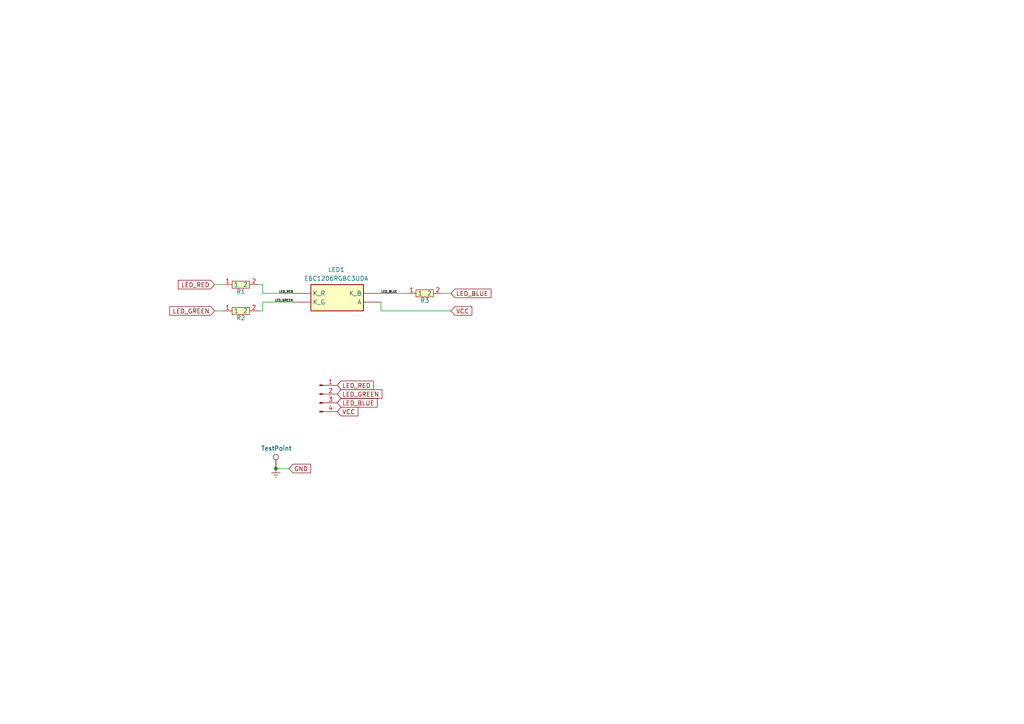
<source format=kicad_sch>
(kicad_sch (version 20250114) (generator "eeschema") (generator_version "9.0")
  (paper "A4")
  (title_block (title "ChargeForge LED_RGB") (date "2026-02-20") (rev "Mk 0.1") (company "clectric.diy") (comment 1 "Copyright © 2026 clectric.diy Licensed under CERN-OHL-W v2") (comment 2 "Charles H. Leggett"))
  (lib_symbols
    (symbol "CR0603-FX-1001ELF_1"
      (property "Reference" "R" (at 0 5.08 0))
      (property "Value" "CR0603-FX-1001ELF" (at 0 -5.08 0))
      (symbol "CR0603-FX-1001ELF_1_0_1"
        (rectangle (start -2.54 1.02) (end 2.54 -1.02) (fill (type background)))
        (pin unspecified line (at -5.08 0 0) (length 2.54) (name "1") (number "1"))
        (pin unspecified line (at 5.08 0 180) (length 2.54) (name "2") (number "2"))
      )
    )
    (symbol "Connector:Conn_01x04_Pin" (pin_names (offset 1.016) (hide yes))
      (property "Reference" "J" (at 0 5.08 0))
      (property "Value" "Conn_01x04_Pin" (at 0 -7.62 0))
      (symbol "Conn_01x04_Pin_1_1"
        (rectangle (start 0.8636 2.667) (end 0 2.413) (stroke (width 0.1524)) (fill (type outline)))
        (rectangle (start 0.8636 0.127) (end 0 -0.127) (stroke (width 0.1524)) (fill (type outline)))
        (rectangle (start 0.8636 -2.413) (end 0 -2.667) (stroke (width 0.1524)) (fill (type outline)))
        (rectangle (start 0.8636 -4.953) (end 0 -5.207) (stroke (width 0.1524)) (fill (type outline)))
        (polyline (pts (xy 1.27 2.54) (xy 0.8636 2.54)) (stroke (width 0.1524)))
        (polyline (pts (xy 1.27 0) (xy 0.8636 0)) (stroke (width 0.1524)))
        (polyline (pts (xy 1.27 -2.54) (xy 0.8636 -2.54)) (stroke (width 0.1524)))
        (polyline (pts (xy 1.27 -5.08) (xy 0.8636 -5.08)) (stroke (width 0.1524)))
        (pin passive line (at 5.08 2.54 180) (length 3.81) (name "Pin_1") (number "1"))
        (pin passive line (at 5.08 0 180) (length 3.81) (name "Pin_2") (number "2"))
        (pin passive line (at 5.08 -2.54 180) (length 3.81) (name "Pin_3") (number "3"))
        (pin passive line (at 5.08 -5.08 180) (length 3.81) (name "Pin_4") (number "4"))
      )
    )
    (symbol "Connector:TestPoint" (pin_numbers (hide yes)) (pin_names (offset 0.762) (hide yes))
      (property "Reference" "TP" (at 0 6.858 0))
      (property "Value" "TestPoint" (at 0 5.08 0))
      (symbol "TestPoint_0_1"
        (circle (center 0 3.302) (radius 0.762))
      )
      (symbol "TestPoint_1_1"
        (pin passive line (at 0 0 90) (length 2.54) (name "1") (number "1"))
      )
    )
    (symbol "clectric-diy:CR0603-FX-1001ELF"
      (property "Reference" "R" (at 0 5.08 0))
      (property "Value" "CR0603-FX-1001ELF" (at 0 -5.08 0))
      (symbol "CR0603-FX-1001ELF_0_1"
        (rectangle (start -2.54 1.02) (end 2.54 -1.02) (fill (type background)))
        (pin unspecified line (at -5.08 0 0) (length 2.54) (name "1") (number "1"))
        (pin unspecified line (at 5.08 0 180) (length 2.54) (name "2") (number "2"))
      )
    )
    (symbol "clectric-diy:E6C1206RGBC3UDA" (pin_numbers (hide yes))
      (property "Reference" "IC" (at 21.59 7.62 0))
      (property "Value" "E6C1206RGBC3UDA" (at 21.59 5.08 0))
      (symbol "E6C1206RGBC3UDA_1_1"
        (rectangle (start 5.08 2.54) (end 20.32 -5.08) (stroke (width 0.254)) (fill (type background)))
        (pin passive line (at 0 0 0) (length 5.08) (name "K_G") (number "1"))
        (pin passive line (at 0 -2.54 0) (length 5.08) (name "K_R") (number "3"))
        (pin passive line (at 25.4 0 180) (length 5.08) (name "A") (number "2"))
        (pin passive line (at 25.4 -2.54 180) (length 5.08) (name "K_B") (number "4"))
      )
    )
    (symbol "power:GNDREF" (power) (pin_numbers (hide yes)) (pin_names (offset 0) (hide yes))
      (property "Value" "GNDREF" (at 0 -3.81 0))
      (symbol "GNDREF_0_1"
        (polyline (pts (xy -0.635 -1.905) (xy 0.635 -1.905)))
        (polyline (pts (xy -0.127 -2.54) (xy 0.127 -2.54)))
        (polyline (pts (xy 0 -1.27) (xy 0 0)))
        (polyline (pts (xy 1.27 -1.27) (xy -1.27 -1.27)))
      )
      (symbol "GNDREF_1_1"
        (pin power_in line (at 0 0 270) (length 0) (name "~") (number "1"))
      )
    )
  )
  (junction (at 80.01 135.89))
  (wire (pts (xy 128.27 85.09) (xy 130.81 85.09)))
  (wire (pts (xy 110.49 87.63) (xy 110.49 90.17)))
  (wire (pts (xy 76.2 82.55) (xy 76.2 85.09)))
  (wire (pts (xy 62.23 90.17) (xy 64.77 90.17)))
  (wire (pts (xy 74.93 82.55) (xy 76.2 82.55)))
  (wire (pts (xy 110.49 85.09) (xy 118.11 85.09)))
  (wire (pts (xy 62.23 82.55) (xy 64.77 82.55)))
  (wire (pts (xy 110.49 90.17) (xy 130.81 90.17)))
  (wire (pts (xy 76.2 87.63) (xy 85.09 87.63)))
  (wire (pts (xy 76.2 90.17) (xy 76.2 87.63)))
  (wire (pts (xy 74.93 90.17) (xy 76.2 90.17)))
  (wire (pts (xy 76.2 85.09) (xy 85.09 85.09)))
  (wire (pts (xy 83.82 135.89) (xy 80.01 135.89)))
  (label "LED_GREEN" (at 85.09 87.63 180) (effects (font (size 0.635 0.635))))
  (label "LED_BLUE" (at 110.49 85.09 0) (effects (font (size 0.635 0.635))))
  (label "LED_RED" (at 85.09 85.09 180) (effects (font (size 0.635 0.635))))
  (global_label "VCC" (shape input) (at 97.79 119.38 0) (property "Intersheetrefs" "${INTERSHEET_REFS}" (effects (hide yes))))
  (global_label "LED_RED" (shape input) (at 62.23 82.55 180) (property "Intersheetrefs" "${INTERSHEET_REFS}" (effects (hide yes))))
  (global_label "LED_GREEN" (shape input) (at 62.23 90.17 180) (property "Intersheetrefs" "${INTERSHEET_REFS}" (effects (hide yes))))
  (global_label "LED_BLUE" (shape input) (at 130.81 85.09 0) (property "Intersheetrefs" "${INTERSHEET_REFS}" (effects (hide yes))))
  (global_label "GND" (shape input) (at 83.82 135.89 0) (property "Intersheetrefs" "${INTERSHEET_REFS}" (effects (hide yes))))
  (global_label "LED_BLUE" (shape input) (at 97.79 116.84 0) (property "Intersheetrefs" "${INTERSHEET_REFS}" (effects (hide yes))))
  (global_label "LED_RED" (shape input) (at 97.79 111.76 0) (property "Intersheetrefs" "${INTERSHEET_REFS}" (effects (hide yes))))
  (global_label "VCC" (shape input) (at 130.81 90.17 0) (property "Intersheetrefs" "${INTERSHEET_REFS}" (effects (hide yes))))
  (global_label "LED_GREEN" (shape input) (at 97.79 114.3 0) (property "Intersheetrefs" "${INTERSHEET_REFS}" (effects (hide yes))))
  (symbol (lib_id "clectric-diy:CR0603-FX-1001ELF") (at 69.85 82.55 0) (mirror x) (unit 1)
    (property "Reference" "R1" (at 69.85 84.582 0))
    (property "Value" "CR0603-FX-1001ELF" (effects (hide yes)))
    (property "Footprint" "clectric-diy:R0603" (effects (hide yes)))
    (property "Datasheet" "https://lcsc.com/product-detail/Others_BOURNS-CR0603-FX-1001ELF_C203217.html" (effects (hide yes)))
    (property "LCSC Part" "C203217" (effects (hide yes)))
  )
  (symbol (lib_id "power:GNDREF") (at 80.01 135.89 0) (unit 1)
    (property "Reference" "#PWR01" (effects (hide yes)))
    (property "Value" "GND" (effects (hide yes)))
    (property "Description" "Power symbol creates a global label with name \"GNDREF\" , reference supply ground" (effects (hide yes)))
  )
  (symbol (lib_name "CR0603-FX-1001ELF_1") (lib_id "clectric-diy:CR0603-FX-1001ELF") (at 69.85 90.17 0) (mirror x) (unit 1)
    (property "Reference" "R2" (at 69.85 92.202 0))
    (property "Value" "CR0603-FX-1001ELF" (effects (hide yes)))
    (property "Footprint" "clectric-diy:R0603" (effects (hide yes)))
    (property "Datasheet" "https://lcsc.com/product-detail/Others_BOURNS-CR0603-FX-1001ELF_C203217.html" (effects (hide yes)))
    (property "LCSC Part" "C203217" (effects (hide yes)))
  )
  (symbol (lib_id "Connector:Conn_01x04_Pin") (at 92.71 114.3 0) (unit 1)
    (property "Reference" "J1" (effects (hide yes)))
    (property "Value" "Conn_01x04_Pin" (effects (hide yes)))
    (property "Footprint" "clectric-diy:HDR-TH_4P-P2.54-V-M" (effects (hide yes)))
    (property "Description" "Generic connector, single row, 01x04, script generated" (effects (hide yes)))
  )
  (symbol (lib_id "clectric-diy:E6C1206RGBC3UDA") (at 85.09 87.63 0) (mirror x) (unit 1)
    (property "Reference" "LED1" (at 97.536 78.232 0))
    (property "Value" "E6C1206RGBC3UDA" (at 97.536 80.772 0))
    (property "Footprint" "clectric-diy:E6C1206RGBC3UDA" (effects (hide yes)))
    (property "Datasheet" "https://datasheet.lcsc.com/szlcsc/1912111437_EKINGLUX-E6C1206RGBC3UDA_C375571.pdf" (effects (hide yes)))
    (property "Description" "E6C1206RGBC3UDA" (effects (hide yes)))
    (property "Height" "1.1" (effects (hide yes)))
    (property "Manufacturer_Name" "EKINGLUX" (effects (hide yes)))
    (property "Manufacturer_Part_Number" "E6C1206RGBC3UDA" (effects (hide yes)))
  )
  (symbol (lib_id "clectric-diy:CR0603-FX-1001ELF") (at 123.19 85.09 0) (mirror x) (unit 1)
    (property "Reference" "R3" (at 123.19 87.122 0))
    (property "Value" "CR0603-FX-1001ELF" (effects (hide yes)))
    (property "Footprint" "clectric-diy:R0603" (effects (hide yes)))
    (property "Datasheet" "https://lcsc.com/product-detail/Others_BOURNS-CR0603-FX-1001ELF_C203217.html" (effects (hide yes)))
    (property "LCSC Part" "C203217" (effects (hide yes)))
  )
  (symbol (lib_id "Connector:TestPoint") (at 80.01 135.89 0) (unit 1)
    (property "Reference" "TP1" (effects (hide yes)))
    (property "Value" "TestPoint" (at 75.692 130.048 0) (effects (justify left)))
    (property "Footprint" "TestPoint:TestPoint_THTPad_D1.0mm_Drill0.5mm" (effects (hide yes)))
    (property "Description" "test point" (effects (hide yes)))
  )
)
</source>
